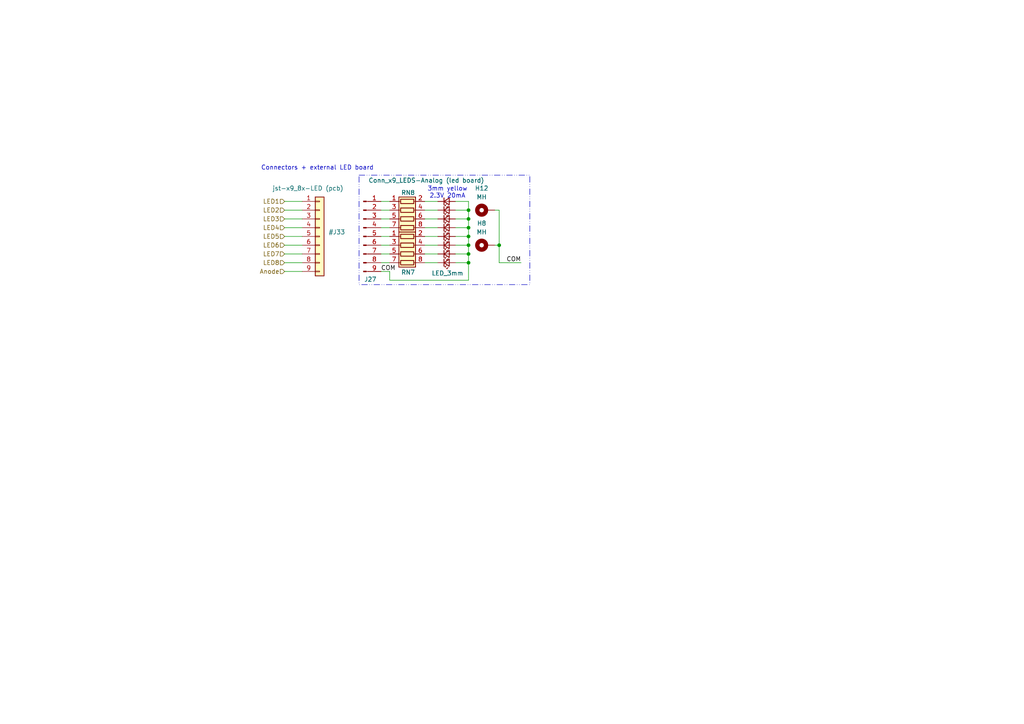
<source format=kicad_sch>
(kicad_sch (version 20231120) (generator "eeschema") (generator_version "8.0")
  (paper "A4")
  (lib_symbols
    (symbol "Connector:Conn_01x09_Pin" (pin_names (offset 1.016) hide)
      (property "Reference" "J" (at 0 12.7 0))
      (property "Value" "Conn_01x09_Pin" (at 0 -12.7 0))
      (symbol "Conn_01x09_Pin_1_1"
        (polyline (pts (xy 1.27 -10.16) (xy 0.8636 -10.16)) (stroke (width 0.1524)))
        (polyline (pts (xy 1.27 -7.62) (xy 0.8636 -7.62)) (stroke (width 0.1524)))
        (polyline (pts (xy 1.27 -5.08) (xy 0.8636 -5.08)) (stroke (width 0.1524)))
        (polyline (pts (xy 1.27 -2.54) (xy 0.8636 -2.54)) (stroke (width 0.1524)))
        (polyline (pts (xy 1.27 0) (xy 0.8636 0)) (stroke (width 0.1524)))
        (polyline (pts (xy 1.27 2.54) (xy 0.8636 2.54)) (stroke (width 0.1524)))
        (polyline (pts (xy 1.27 5.08) (xy 0.8636 5.08)) (stroke (width 0.1524)))
        (polyline (pts (xy 1.27 7.62) (xy 0.8636 7.62)) (stroke (width 0.1524)))
        (polyline (pts (xy 1.27 10.16) (xy 0.8636 10.16)) (stroke (width 0.1524)))
        (rectangle (start 0.8636 -10.033) (end 0 -10.287) (stroke (width 0.1524)) (fill (type outline)))
        (rectangle (start 0.8636 -7.493) (end 0 -7.747) (stroke (width 0.1524)) (fill (type outline)))
        (rectangle (start 0.8636 -4.953) (end 0 -5.207) (stroke (width 0.1524)) (fill (type outline)))
        (rectangle (start 0.8636 -2.413) (end 0 -2.667) (stroke (width 0.1524)) (fill (type outline)))
        (rectangle (start 0.8636 0.127) (end 0 -0.127) (stroke (width 0.1524)) (fill (type outline)))
        (rectangle (start 0.8636 2.667) (end 0 2.413) (stroke (width 0.1524)) (fill (type outline)))
        (rectangle (start 0.8636 5.207) (end 0 4.953) (stroke (width 0.1524)) (fill (type outline)))
        (rectangle (start 0.8636 7.747) (end 0 7.493) (stroke (width 0.1524)) (fill (type outline)))
        (rectangle (start 0.8636 10.287) (end 0 10.033) (stroke (width 0.1524)) (fill (type outline)))
        (pin passive line (at 5.08 10.16 180) (length 3.81) (name "Pin_1") (number "1"))
        (pin passive line (at 5.08 7.62 180) (length 3.81) (name "Pin_2") (number "2"))
        (pin passive line (at 5.08 5.08 180) (length 3.81) (name "Pin_3") (number "3"))
        (pin passive line (at 5.08 2.54 180) (length 3.81) (name "Pin_4") (number "4"))
        (pin passive line (at 5.08 0 180) (length 3.81) (name "Pin_5") (number "5"))
        (pin passive line (at 5.08 -2.54 180) (length 3.81) (name "Pin_6") (number "6"))
        (pin passive line (at 5.08 -5.08 180) (length 3.81) (name "Pin_7") (number "7"))
        (pin passive line (at 5.08 -7.62 180) (length 3.81) (name "Pin_8") (number "8"))
        (pin passive line (at 5.08 -10.16 180) (length 3.81) (name "Pin_9") (number "9"))
      )
    )
    (symbol "Connector_Generic:Conn_01x09" (pin_names (offset 1.016) hide)
      (property "Reference" "J" (at 0 12.7 0))
      (property "Value" "Conn_01x09" (at 0 -12.7 0))
      (symbol "Conn_01x09_1_1"
        (rectangle (start -1.27 -10.033) (end 0 -10.287) (stroke (width 0.1524)))
        (rectangle (start -1.27 -7.493) (end 0 -7.747) (stroke (width 0.1524)))
        (rectangle (start -1.27 -4.953) (end 0 -5.207) (stroke (width 0.1524)))
        (rectangle (start -1.27 -2.413) (end 0 -2.667) (stroke (width 0.1524)))
        (rectangle (start -1.27 0.127) (end 0 -0.127) (stroke (width 0.1524)))
        (rectangle (start -1.27 2.667) (end 0 2.413) (stroke (width 0.1524)))
        (rectangle (start -1.27 5.207) (end 0 4.953) (stroke (width 0.1524)))
        (rectangle (start -1.27 7.747) (end 0 7.493) (stroke (width 0.1524)))
        (rectangle (start -1.27 10.287) (end 0 10.033) (stroke (width 0.1524)))
        (rectangle (start -1.27 11.43) (end 1.27 -11.43) (stroke (width 0.254)) (fill (type background)))
        (pin passive line (at -5.08 10.16 0) (length 3.81) (name "Pin_1") (number "1"))
        (pin passive line (at -5.08 7.62 0) (length 3.81) (name "Pin_2") (number "2"))
        (pin passive line (at -5.08 5.08 0) (length 3.81) (name "Pin_3") (number "3"))
        (pin passive line (at -5.08 2.54 0) (length 3.81) (name "Pin_4") (number "4"))
        (pin passive line (at -5.08 0 0) (length 3.81) (name "Pin_5") (number "5"))
        (pin passive line (at -5.08 -2.54 0) (length 3.81) (name "Pin_6") (number "6"))
        (pin passive line (at -5.08 -5.08 0) (length 3.81) (name "Pin_7") (number "7"))
        (pin passive line (at -5.08 -7.62 0) (length 3.81) (name "Pin_8") (number "8"))
        (pin passive line (at -5.08 -10.16 0) (length 3.81) (name "Pin_9") (number "9"))
      )
    )
    (symbol "Device:LED_Small" (pin_numbers hide) (pin_names (offset 0.254) hide)
      (property "Reference" "D" (at -1.27 3.175 0))
      (property "Value" "LED_Small" (at -4.445 -2.54 0))
      (symbol "LED_Small_0_1"
        (polyline (pts (xy -0.762 -1.016) (xy -0.762 1.016)) (stroke (width 0.254)))
        (polyline (pts (xy 1.016 0) (xy -0.762 0)))
        (polyline (pts (xy 0.762 -1.016) (xy -0.762 0) (xy 0.762 1.016) (xy 0.762 -1.016)) (stroke (width 0.254)))
        (polyline (pts (xy 0 0.762) (xy -0.508 1.27) (xy -0.254 1.27) (xy -0.508 1.27) (xy -0.508 1.016)))
        (polyline (pts (xy 0.508 1.27) (xy 0 1.778) (xy 0.254 1.778) (xy 0 1.778) (xy 0 1.524)))
      )
      (symbol "LED_Small_1_1"
        (pin passive line (at -2.54 0 0) (length 1.778) (name "K") (number "1"))
        (pin passive line (at 2.54 0 180) (length 1.778) (name "A") (number "2"))
      )
    )
    (symbol "Mechanical:MountingHole_Pad" (pin_numbers hide) (pin_names (offset 1.016) hide) (exclude_from_sim yes) (in_bom no)
      (property "Reference" "H" (at 0 6.35 0))
      (property "Value" "MountingHole_Pad" (at 0 4.445 0))
      (symbol "MountingHole_Pad_0_1"
        (circle (center 0 1.27) (radius 1.27) (stroke (width 1.27)))
      )
      (symbol "MountingHole_Pad_1_1"
        (pin input line (at 0 -2.54 90) (length 2.54) (name "1") (number "1"))
      )
    )
    (symbol "custom-symbols:R_Pack04-Parallel-SIL" (pin_names (offset 0) hide)
      (property "Reference" "RN" (at -7.62 0 90))
      (property "Value" "R_Pack04-Parallel-SIL" (at 5.08 0 90))
      (symbol "R_Pack04-Parallel-SIL_0_1"
        (rectangle (start -6.35 -2.413) (end 3.81 2.413) (stroke (width 0.254)) (fill (type background)))
        (rectangle (start -5.715 1.905) (end -4.445 -1.905) (stroke (width 0.254)))
        (rectangle (start -3.175 1.905) (end -1.905 -1.905) (stroke (width 0.254)))
        (rectangle (start -0.635 1.905) (end 0.635 -1.905) (stroke (width 0.254)))
        (polyline (pts (xy -5.08 -2.54) (xy -5.08 -1.905)))
        (polyline (pts (xy -5.08 1.905) (xy -5.08 2.54)))
        (polyline (pts (xy -2.54 -2.54) (xy -2.54 -1.905)))
        (polyline (pts (xy -2.54 1.905) (xy -2.54 2.54)))
        (polyline (pts (xy 0 -2.54) (xy 0 -1.905)))
        (polyline (pts (xy 0 1.905) (xy 0 2.54)))
        (polyline (pts (xy 2.54 -2.54) (xy 2.54 -1.905)))
        (polyline (pts (xy 2.54 1.905) (xy 2.54 2.54)))
        (rectangle (start 1.905 1.905) (end 3.175 -1.905) (stroke (width 0.254)))
      )
      (symbol "R_Pack04-Parallel-SIL_1_1"
        (pin passive line (at -5.08 -5.08 90) (length 2.54) (name "R1.1") (number "1"))
        (pin passive line (at -5.08 5.08 270) (length 2.54) (name "R1.2") (number "2"))
        (pin passive line (at -2.54 -5.08 90) (length 2.54) (name "R2.1") (number "3"))
        (pin passive line (at -2.54 5.08 270) (length 2.54) (name "R2.2") (number "4"))
        (pin passive line (at 0 -5.08 90) (length 2.54) (name "R3.1") (number "5"))
        (pin passive line (at 0 5.08 270) (length 2.54) (name "R3.2") (number "6"))
        (pin passive line (at 2.54 -5.08 90) (length 2.54) (name "R4.1") (number "7"))
        (pin passive line (at 2.54 5.08 270) (length 2.54) (name "R4.2") (number "8"))
      )
    )
  )
  (junction (at 135.89 60.96))
  (junction (at 135.89 63.5))
  (junction (at 135.89 71.12))
  (junction (at 144.78 71.12))
  (junction (at 135.89 66.04))
  (junction (at 135.89 73.66))
  (junction (at 135.89 76.2))
  (junction (at 135.89 68.58))
  (wire (pts (xy 135.89 58.42) (xy 132.08 58.42)))
  (wire (pts (xy 110.49 68.58) (xy 113.03 68.58)))
  (wire (pts (xy 123.19 66.04) (xy 127 66.04)))
  (wire (pts (xy 82.55 68.58) (xy 87.63 68.58)))
  (wire (pts (xy 135.89 76.2) (xy 135.89 73.66)))
  (wire (pts (xy 144.78 71.12) (xy 144.78 76.2)))
  (wire (pts (xy 82.55 78.74) (xy 87.63 78.74)))
  (wire (pts (xy 113.03 81.28) (xy 113.03 78.74)))
  (wire (pts (xy 144.78 76.2) (xy 151.13 76.2)))
  (wire (pts (xy 135.89 76.2) (xy 135.89 81.28)))
  (wire (pts (xy 82.55 71.12) (xy 87.63 71.12)))
  (wire (pts (xy 135.89 81.28) (xy 113.03 81.28)))
  (wire (pts (xy 82.55 63.5) (xy 87.63 63.5)))
  (wire (pts (xy 135.89 66.04) (xy 135.89 63.5)))
  (wire (pts (xy 135.89 63.5) (xy 135.89 60.96)))
  (wire (pts (xy 123.19 63.5) (xy 127 63.5)))
  (wire (pts (xy 144.78 60.96) (xy 144.78 71.12)))
  (wire (pts (xy 110.49 60.96) (xy 113.03 60.96)))
  (wire (pts (xy 113.03 78.74) (xy 110.49 78.74)))
  (wire (pts (xy 132.08 63.5) (xy 135.89 63.5)))
  (wire (pts (xy 143.51 60.96) (xy 144.78 60.96)))
  (wire (pts (xy 135.89 73.66) (xy 135.89 71.12)))
  (wire (pts (xy 110.49 58.42) (xy 113.03 58.42)))
  (wire (pts (xy 132.08 66.04) (xy 135.89 66.04)))
  (wire (pts (xy 123.19 68.58) (xy 127 68.58)))
  (wire (pts (xy 143.51 71.12) (xy 144.78 71.12)))
  (wire (pts (xy 110.49 66.04) (xy 113.03 66.04)))
  (wire (pts (xy 82.55 66.04) (xy 87.63 66.04)))
  (wire (pts (xy 135.89 60.96) (xy 135.89 58.42)))
  (wire (pts (xy 110.49 73.66) (xy 113.03 73.66)))
  (wire (pts (xy 110.49 63.5) (xy 113.03 63.5)))
  (wire (pts (xy 132.08 76.2) (xy 135.89 76.2)))
  (wire (pts (xy 123.19 58.42) (xy 127 58.42)))
  (wire (pts (xy 135.89 71.12) (xy 135.89 68.58)))
  (wire (pts (xy 82.55 76.2) (xy 87.63 76.2)))
  (wire (pts (xy 110.49 71.12) (xy 113.03 71.12)))
  (wire (pts (xy 123.19 73.66) (xy 127 73.66)))
  (wire (pts (xy 132.08 71.12) (xy 135.89 71.12)))
  (wire (pts (xy 82.55 73.66) (xy 87.63 73.66)))
  (wire (pts (xy 123.19 71.12) (xy 127 71.12)))
  (wire (pts (xy 123.19 60.96) (xy 127 60.96)))
  (wire (pts (xy 132.08 60.96) (xy 135.89 60.96)))
  (wire (pts (xy 123.19 76.2) (xy 127 76.2)))
  (wire (pts (xy 132.08 68.58) (xy 135.89 68.58)))
  (wire (pts (xy 135.89 68.58) (xy 135.89 66.04)))
  (wire (pts (xy 82.55 58.42) (xy 87.63 58.42)))
  (wire (pts (xy 132.08 73.66) (xy 135.89 73.66)))
  (wire (pts (xy 82.55 60.96) (xy 87.63 60.96)))
  (wire (pts (xy 110.49 76.2) (xy 113.03 76.2)))
  (rectangle (start 104.14 50.8) (end 153.67 82.55) (stroke (width 0) (type dash_dot_dot)))
  (text "3mm yellow\n2.3V 20mA" (at 129.794 55.88 0) (effects (font (size 1.27 1.27))))
  (text "Connectors + external LED board" (at 75.692 48.768 0) (effects (font (size 1.27 1.27)) (justify left)))
  (label "COM" (at 151.13 76.2 180))
  (label "COM" (at 110.49 78.74 0))
  (hierarchical_label "LED5" (shape input) (at 82.55 68.58 180))
  (hierarchical_label "LED2" (shape input) (at 82.55 60.96 180))
  (hierarchical_label "LED3" (shape input) (at 82.55 63.5 180))
  (hierarchical_label "Anode" (shape input) (at 82.55 78.74 180))
  (hierarchical_label "LED4" (shape input) (at 82.55 66.04 180))
  (hierarchical_label "LED8" (shape input) (at 82.55 76.2 180))
  (hierarchical_label "LED6" (shape input) (at 82.55 71.12 180))
  (hierarchical_label "LED7" (shape input) (at 82.55 73.66 180))
  (hierarchical_label "LED1" (shape input) (at 82.55 58.42 180))
  (symbol (lib_id "Mechanical:MountingHole_Pad") (at 140.97 71.12 90) (unit 1) (exclude_from_sim yes) (in_bom no)
    (property "Reference" "H8" (at 139.7 64.77 90))
    (property "Value" "MH" (at 139.7 67.31 90))
    (property "Footprint" "custom-footprints1:MountingHole_2.2mm_NPTH-with-pad" (effects (hide yes)))
    (property "Description" "Mounting Hole with connection" (effects (hide yes)))
    (instances (project "" (path "" (reference "H8") (unit 1)) (path "" (reference "H7") (unit 1))))
  )
  (symbol (lib_id "Device:LED_Small") (at 129.54 68.58 0) (mirror x) (unit 1)
    (property "Reference" "D86" (effects (hide yes)))
    (property "Value" "LED_3mm" (effects (hide yes)))
    (property "Footprint" "LED_THT:LED_D3.0mm_IRGrey" (effects (hide yes)))
    (property "Datasheet" "https://www.conrad.de/de/p/vishay-tlho4400-led-bedrahtet-orange-rund-3-mm-13-mcd-60-30-ma-2-4-v-1125283.html" (effects (hide yes)))
    (property "Description" "Light emitting diode, small symbol" (effects (hide yes)))
    (instances (project "pi-interface-board_v1.0" (path "" (reference "D86") (unit 1)) (path "" (reference "D41") (unit 1))))
  )
  (symbol (lib_id "custom-symbols:R_Pack04-Parallel-SIL") (at 118.11 73.66 270) (unit 1)
    (property "Reference" "RN8" (at 118.364 55.88 90))
    (property "Value" "R_Pack04_47R" (effects (hide yes)))
    (property "Footprint" "Resistor_THT:R_Array_SIP8" (effects (hide yes)))
    (property "Datasheet" "https://www.reichelt.com/be/en/shop/product/resistor_network_4_x_47_ohm_2_sil-8-17936" (effects (hide yes)))
    (property "Description" "4 resistor network, parallel topology" (effects (hide yes)))
    (instances (project "pi-interface-board_v1.0" (path "" (reference "RN8") (unit 1)) (path "" (reference "RN4") (unit 1))))
  )
  (symbol (lib_id "Device:LED_Small") (at 129.54 76.2 0) (mirror x) (unit 1)
    (property "Reference" "D89" (effects (hide yes)))
    (property "Value" "LED_3mm" (at 129.794 79.248 0))
    (property "Footprint" "LED_THT:LED_D3.0mm_IRGrey" (effects (hide yes)))
    (property "Datasheet" "https://www.conrad.de/de/p/vishay-tlho4400-led-bedrahtet-orange-rund-3-mm-13-mcd-60-30-ma-2-4-v-1125283.html" (effects (hide yes)))
    (property "Description" "Light emitting diode, small symbol" (effects (hide yes)))
    (instances (project "pi-interface-board_v1.0" (path "" (reference "D89") (unit 1)) (path "" (reference "D44") (unit 1))))
  )
  (symbol (lib_id "Device:LED_Small") (at 129.54 58.42 0) (mirror x) (unit 1)
    (property "Reference" "D82" (effects (hide yes)))
    (property "Value" "LED_3mm" (effects (hide yes)))
    (property "Footprint" "LED_THT:LED_D3.0mm_IRGrey" (effects (hide yes)))
    (property "Datasheet" "https://www.conrad.de/de/p/vishay-tlho4400-led-bedrahtet-orange-rund-3-mm-13-mcd-60-30-ma-2-4-v-1125283.html" (effects (hide yes)))
    (property "Description" "Light emitting diode, small symbol" (effects (hide yes)))
    (instances (project "pi-interface-board_v1.0" (path "" (reference "D82") (unit 1)) (path "" (reference "D20") (unit 1))))
  )
  (symbol (lib_id "Device:LED_Small") (at 129.54 71.12 0) (mirror x) (unit 1)
    (property "Reference" "D87" (effects (hide yes)))
    (property "Value" "LED_3mm" (effects (hide yes)))
    (property "Footprint" "LED_THT:LED_D3.0mm_IRGrey" (effects (hide yes)))
    (property "Datasheet" "https://www.conrad.de/de/p/vishay-tlho4400-led-bedrahtet-orange-rund-3-mm-13-mcd-60-30-ma-2-4-v-1125283.html" (effects (hide yes)))
    (property "Description" "Light emitting diode, small symbol" (effects (hide yes)))
    (instances (project "pi-interface-board_v1.0" (path "" (reference "D87") (unit 1)) (path "" (reference "D42") (unit 1))))
  )
  (symbol (lib_id "Device:LED_Small") (at 129.54 73.66 0) (mirror x) (unit 1)
    (property "Reference" "D88" (effects (hide yes)))
    (property "Value" "LED_3mm" (effects (hide yes)))
    (property "Footprint" "LED_THT:LED_D3.0mm_IRGrey" (effects (hide yes)))
    (property "Datasheet" "https://www.conrad.de/de/p/vishay-tlho4400-led-bedrahtet-orange-rund-3-mm-13-mcd-60-30-ma-2-4-v-1125283.html" (effects (hide yes)))
    (property "Description" "Light emitting diode, small symbol" (effects (hide yes)))
    (instances (project "pi-interface-board_v1.0" (path "" (reference "D88") (unit 1)) (path "" (reference "D43") (unit 1))))
  )
  (symbol (lib_id "Device:LED_Small") (at 129.54 63.5 0) (mirror x) (unit 1)
    (property "Reference" "D84" (effects (hide yes)))
    (property "Value" "LED_3mm" (effects (hide yes)))
    (property "Footprint" "LED_THT:LED_D3.0mm_IRGrey" (effects (hide yes)))
    (property "Datasheet" "https://www.conrad.de/de/p/vishay-tlho4400-led-bedrahtet-orange-rund-3-mm-13-mcd-60-30-ma-2-4-v-1125283.html" (effects (hide yes)))
    (property "Description" "Light emitting diode, small symbol" (effects (hide yes)))
    (instances (project "pi-interface-board_v1.0" (path "" (reference "D84") (unit 1)) (path "" (reference "D37") (unit 1))))
  )
  (symbol (lib_id "Mechanical:MountingHole_Pad") (at 140.97 60.96 90) (unit 1) (exclude_from_sim yes) (in_bom no)
    (property "Reference" "H11" (at 139.7 54.61 90))
    (property "Value" "MH" (at 139.7 57.15 90))
    (property "Footprint" "custom-footprints1:MountingHole_2.2mm_NPTH-with-pad" (effects (hide yes)))
    (property "Description" "Mounting Hole with connection" (effects (hide yes)))
    (instances (project "led-boards_v0.1" (path "" (reference "H12") (unit 1)) (path "" (reference "H11") (unit 1))))
  )
  (symbol (lib_id "custom-symbols:R_Pack04-Parallel-SIL") (at 118.11 63.5 270) (unit 1)
    (property "Reference" "RN7" (at 118.364 78.994 90))
    (property "Value" "R_Pack04_47R" (effects (hide yes)))
    (property "Footprint" "Resistor_THT:R_Array_SIP8" (effects (hide yes)))
    (property "Datasheet" "https://www.reichelt.com/be/en/shop/product/resistor_network_4_x_47_ohm_2_sil-8-17936" (effects (hide yes)))
    (property "Description" "4 resistor network, parallel topology" (effects (hide yes)))
    (instances (project "pi-interface-board_v1.0" (path "" (reference "RN7") (unit 1)) (path "" (reference "RN1") (unit 1))))
  )
  (symbol (lib_id "Device:LED_Small") (at 129.54 60.96 0) (mirror x) (unit 1)
    (property "Reference" "D83" (effects (hide yes)))
    (property "Value" "LED_3mm" (effects (hide yes)))
    (property "Footprint" "LED_THT:LED_D3.0mm_IRGrey" (effects (hide yes)))
    (property "Datasheet" "https://www.conrad.de/de/p/vishay-tlho4400-led-bedrahtet-orange-rund-3-mm-13-mcd-60-30-ma-2-4-v-1125283.html" (effects (hide yes)))
    (property "Description" "Light emitting diode, small symbol" (effects (hide yes)))
    (instances (project "pi-interface-board_v1.0" (path "" (reference "D83") (unit 1)) (path "" (reference "D30") (unit 1))))
  )
  (symbol (lib_id "Connector:Conn_01x09_Pin") (at 105.41 68.58 0) (unit 1)
    (property "Reference" "J27" (at 109.22 81.026 0) (effects (justify right)))
    (property "Value" "Conn_x9_LEDS-Analog (led board)" (at 140.462 52.324 0) (effects (justify right)))
    (property "Footprint" "Connector_PinHeader_2.54mm:PinHeader_1x09_P2.54mm_Vertical" (effects (hide yes)))
    (property "Description" "Generic connector, single row, 01x09, script generated" (effects (hide yes)))
    (instances (project "pi-interface-board_v1.0" (path "" (reference "J27") (unit 1)) (path "" (reference "J23") (unit 1))))
  )
  (symbol (lib_id "Connector_Generic:Conn_01x09") (at 92.71 68.58 0) (unit 1)
    (property "Reference" "#J33" (at 95.25 67.3099 0) (effects (justify left)))
    (property "Value" "jst-x9_8x-LED (pcb)" (at 78.994 54.61 0) (effects (justify left)))
    (property "Footprint" "Connector_JST:JST_XH_B9B-XH-A_1x09_P2.50mm_Vertical" (effects (hide yes)))
    (property "Datasheet" "https://www.ebay.de/itm/183466543983" (effects (hide yes)))
    (property "Description" "Generic connector, single row, 01x09, script generated (kicad-library-utils/schlib/autogen/connector/)" (effects (hide yes)))
    (instances (project "" (path "" (reference "#J33") (unit 1)) (path "" (reference "#J32") (unit 1))))
  )
  (symbol (lib_id "Device:LED_Small") (at 129.54 66.04 0) (mirror x) (unit 1)
    (property "Reference" "D85" (effects (hide yes)))
    (property "Value" "LED_3mm" (effects (hide yes)))
    (property "Footprint" "LED_THT:LED_D3.0mm_IRGrey" (effects (hide yes)))
    (property "Datasheet" "https://www.conrad.de/de/p/vishay-tlho4400-led-bedrahtet-orange-rund-3-mm-13-mcd-60-30-ma-2-4-v-1125283.html" (effects (hide yes)))
    (property "Description" "Light emitting diode, small symbol" (effects (hide yes)))
    (instances (project "pi-interface-board_v1.0" (path "" (reference "D85") (unit 1)) (path "" (reference "D40") (unit 1))))
  )
)
</source>
